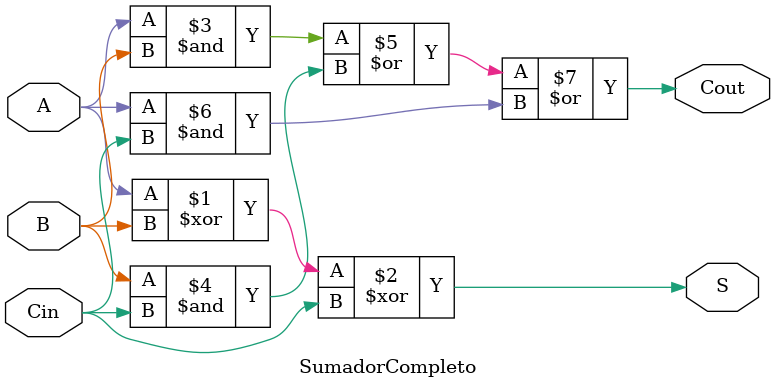
<source format=v>
module SumadorCompleto(
    input A,
    input B,
    input Cin,
    output S,
    output Cout
);
    assign S = A ^ B ^ Cin; // Calcula la suma
    assign Cout = (A & B) | (B & Cin) | (A & Cin); // Calcula el acarreo de salida
endmodule

</source>
